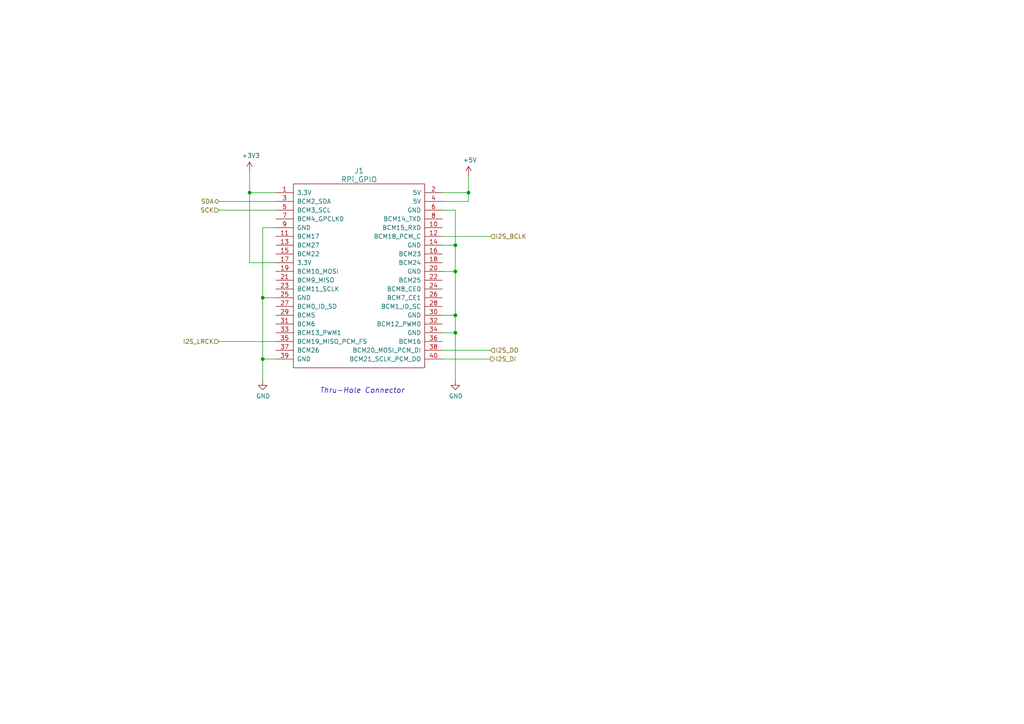
<source format=kicad_sch>
(kicad_sch (version 20211123) (generator eeschema)
  (paper "A4")
  (title_block (title "8x2 Tsunami Pi Hat") (date "11/16/2021") (rev "v0.10") (company "Robertsonics"))
  (lib_symbols
    (symbol "RPi_Hat:RPi_GPIO" (pin_names (offset 1.016))
      (property "Reference" "J" (at 19.05 6.35 0))
      (property "Value" "RPi_GPIO" (at 19.05 3.81 0))
      (symbol "RPi_GPIO_0_1"
        (rectangle (start 0 2.54) (end 38.1 -50.8))
      )
      (symbol "RPi_GPIO_1_1"
        (pin power_in line (at -5.08 0 0) (length 5.08) (name "3.3V") (number "1"))
        (pin bidirectional line (at 43.18 -10.16 180) (length 5.08) (name "BCM15_RXD") (number "10"))
        (pin bidirectional line (at -5.08 -12.7 0) (length 5.08) (name "BCM17") (number "11"))
        (pin bidirectional line (at 43.18 -12.7 180) (length 5.08) (name "BCM18_PCM_C") (number "12"))
        (pin bidirectional line (at -5.08 -15.24 0) (length 5.08) (name "BCM27") (number "13"))
        (pin power_in line (at 43.18 -15.24 180) (length 5.08) (name "GND") (number "14"))
        (pin bidirectional line (at -5.08 -17.78 0) (length 5.08) (name "BCM22") (number "15"))
        (pin bidirectional line (at 43.18 -17.78 180) (length 5.08) (name "BCM23") (number "16"))
        (pin power_in line (at -5.08 -20.32 0) (length 5.08) (name "3.3V") (number "17"))
        (pin bidirectional line (at 43.18 -20.32 180) (length 5.08) (name "BCM24") (number "18"))
        (pin bidirectional line (at -5.08 -22.86 0) (length 5.08) (name "BCM10_MOSI") (number "19"))
        (pin power_in line (at 43.18 0 180) (length 5.08) (name "5V") (number "2"))
        (pin power_in line (at 43.18 -22.86 180) (length 5.08) (name "GND") (number "20"))
        (pin bidirectional line (at -5.08 -25.4 0) (length 5.08) (name "BCM9_MISO") (number "21"))
        (pin bidirectional line (at 43.18 -25.4 180) (length 5.08) (name "BCM25") (number "22"))
        (pin bidirectional line (at -5.08 -27.94 0) (length 5.08) (name "BCM11_SCLK") (number "23"))
        (pin bidirectional line (at 43.18 -27.94 180) (length 5.08) (name "BCM8_CE0") (number "24"))
        (pin power_in line (at -5.08 -30.48 0) (length 5.08) (name "GND") (number "25"))
        (pin bidirectional line (at 43.18 -30.48 180) (length 5.08) (name "BCM7_CE1") (number "26"))
        (pin bidirectional line (at -5.08 -33.02 0) (length 5.08) (name "BCM0_ID_SD") (number "27"))
        (pin bidirectional line (at 43.18 -33.02 180) (length 5.08) (name "BCM1_ID_SC") (number "28"))
        (pin bidirectional line (at -5.08 -35.56 0) (length 5.08) (name "BCM5") (number "29"))
        (pin bidirectional line (at -5.08 -2.54 0) (length 5.08) (name "BCM2_SDA") (number "3"))
        (pin power_in line (at 43.18 -35.56 180) (length 5.08) (name "GND") (number "30"))
        (pin bidirectional line (at -5.08 -38.1 0) (length 5.08) (name "BCM6") (number "31"))
        (pin bidirectional line (at 43.18 -38.1 180) (length 5.08) (name "BCM12_PWM0") (number "32"))
        (pin bidirectional line (at -5.08 -40.64 0) (length 5.08) (name "BCM13_PWM1") (number "33"))
        (pin power_in line (at 43.18 -40.64 180) (length 5.08) (name "GND") (number "34"))
        (pin bidirectional line (at -5.08 -43.18 0) (length 5.08) (name "BCM19_MISO_PCM_FS") (number "35"))
        (pin bidirectional line (at 43.18 -43.18 180) (length 5.08) (name "BCM16") (number "36"))
        (pin bidirectional line (at -5.08 -45.72 0) (length 5.08) (name "BCM26") (number "37"))
        (pin bidirectional line (at 43.18 -45.72 180) (length 5.08) (name "BCM20_MOSI_PCM_DI") (number "38"))
        (pin power_in line (at -5.08 -48.26 0) (length 5.08) (name "GND") (number "39"))
        (pin power_in line (at 43.18 -2.54 180) (length 5.08) (name "5V") (number "4"))
        (pin bidirectional line (at 43.18 -48.26 180) (length 5.08) (name "BCM21_SCLK_PCM_DO") (number "40"))
        (pin bidirectional line (at -5.08 -5.08 0) (length 5.08) (name "BCM3_SCL") (number "5"))
        (pin power_in line (at 43.18 -5.08 180) (length 5.08) (name "GND") (number "6"))
        (pin bidirectional line (at -5.08 -7.62 0) (length 5.08) (name "BCM4_GPCLK0") (number "7"))
        (pin bidirectional line (at 43.18 -7.62 180) (length 5.08) (name "BCM14_TXD") (number "8"))
        (pin power_in line (at -5.08 -10.16 0) (length 5.08) (name "GND") (number "9"))
      )
    )
    (symbol "power:+3V3" (power) (pin_names (offset 0))
      (property "Value" "+3V3" (at 0 3.556 0))
      (symbol "+3V3_0_1"
        (polyline (pts (xy -0.762 1.27) (xy 0 2.54)))
        (polyline (pts (xy 0 0) (xy 0 2.54)))
        (polyline (pts (xy 0 2.54) (xy 0.762 1.27)))
      )
      (symbol "+3V3_1_1"
        (pin power_in line (at 0 0 90) (length 0) hide (name "+3V3") (number "1"))
      )
    )
    (symbol "power:+5V" (power) (pin_names (offset 0))
      (property "Value" "+5V" (at 0 3.556 0))
      (symbol "+5V_0_1"
        (polyline (pts (xy -0.762 1.27) (xy 0 2.54)))
        (polyline (pts (xy 0 0) (xy 0 2.54)))
        (polyline (pts (xy 0 2.54) (xy 0.762 1.27)))
      )
      (symbol "+5V_1_1"
        (pin power_in line (at 0 0 90) (length 0) hide (name "+5V") (number "1"))
      )
    )
    (symbol "power:GND" (power) (pin_names (offset 0))
      (property "Value" "GND" (at 0 -3.81 0))
      (symbol "GND_0_1"
        (polyline (pts (xy 0 0) (xy 0 -1.27) (xy 1.27 -1.27) (xy 0 -2.54) (xy -1.27 -1.27) (xy 0 -1.27)))
      )
      (symbol "GND_1_1"
        (pin power_in line (at 0 0 270) (length 0) hide (name "GND") (number "1"))
      )
    )
  )
  (junction (at 132.08 78.74))
  (junction (at 72.39 55.88))
  (junction (at 132.08 96.52))
  (junction (at 132.08 71.12))
  (junction (at 76.2 104.14))
  (junction (at 135.89 55.88))
  (junction (at 76.2 86.36))
  (junction (at 132.08 91.44))
  (wire (pts (xy 132.08 91.44) (xy 132.08 96.52)))
  (wire (pts (xy 80.01 99.06) (xy 63.5 99.06)))
  (wire (pts (xy 76.2 86.36) (xy 76.2 104.14)))
  (wire (pts (xy 132.08 78.74) (xy 132.08 91.44)))
  (wire (pts (xy 80.01 66.04) (xy 76.2 66.04)))
  (wire (pts (xy 135.89 55.88) (xy 135.89 50.8)))
  (wire (pts (xy 128.27 91.44) (xy 132.08 91.44)))
  (wire (pts (xy 128.27 101.6) (xy 142.24 101.6)))
  (wire (pts (xy 128.27 78.74) (xy 132.08 78.74)))
  (wire (pts (xy 128.27 60.96) (xy 132.08 60.96)))
  (wire (pts (xy 132.08 60.96) (xy 132.08 71.12)))
  (wire (pts (xy 80.01 86.36) (xy 76.2 86.36)))
  (wire (pts (xy 128.27 96.52) (xy 132.08 96.52)))
  (wire (pts (xy 80.01 104.14) (xy 76.2 104.14)))
  (wire (pts (xy 80.01 60.96) (xy 63.5 60.96)))
  (wire (pts (xy 72.39 49.53) (xy 72.39 55.88)))
  (wire (pts (xy 132.08 71.12) (xy 132.08 78.74)))
  (wire (pts (xy 128.27 104.14) (xy 142.24 104.14)))
  (wire (pts (xy 72.39 76.2) (xy 80.01 76.2)))
  (wire (pts (xy 135.89 58.42) (xy 135.89 55.88)))
  (wire (pts (xy 128.27 58.42) (xy 135.89 58.42)))
  (wire (pts (xy 72.39 55.88) (xy 72.39 76.2)))
  (wire (pts (xy 128.27 68.58) (xy 142.24 68.58)))
  (wire (pts (xy 132.08 96.52) (xy 132.08 110.49)))
  (wire (pts (xy 128.27 71.12) (xy 132.08 71.12)))
  (wire (pts (xy 128.27 55.88) (xy 135.89 55.88)))
  (wire (pts (xy 76.2 104.14) (xy 76.2 110.49)))
  (wire (pts (xy 76.2 66.04) (xy 76.2 86.36)))
  (wire (pts (xy 80.01 55.88) (xy 72.39 55.88)))
  (wire (pts (xy 80.01 58.42) (xy 63.5 58.42)))
  (text "Thru-Hole Connector" (at 92.71 114.3 0) (effects (font (size 1.524 1.524) italic) (justify left bottom)))
  (hierarchical_label "I2S_DI" (shape output) (at 142.24 104.14 0))
  (hierarchical_label "I2S_BCLK" (shape input) (at 142.24 68.58 0))
  (hierarchical_label "SDA" (shape bidirectional) (at 63.5 58.42 180))
  (hierarchical_label "I2S_DO" (shape input) (at 142.24 101.6 0))
  (hierarchical_label "SCK" (shape input) (at 63.5 60.96 180))
  (hierarchical_label "I2S_LRCK" (shape input) (at 63.5 99.06 180))
  (symbol (lib_id "RPi_Hat:RPi_GPIO") (at 85.09 55.88 0)
    (property "Reference" "J1" (at 104.14 49.53 0) (effects (font (size 1.524 1.524))))
    (property "Value" "RPi_GPIO" (at 104.14 52.07 0) (effects (font (size 1.524 1.524))))
    (property "Footprint" "RPi_Hat:Pin_Header_Straight_2x20" (effects hide))
  )
  (symbol (lib_id "power:+3V3") (at 72.39 49.53 0)
    (property "Reference" "#PWR01" (effects hide))
    (property "Value" "+3V3" (at 72.771 45.1358 0))
  )
  (symbol (lib_id "power:GND") (at 76.2 110.49 0)
    (property "Reference" "#PWR02" (effects hide))
    (property "Value" "GND" (at 76.327 114.8842 0))
  )
  (symbol (lib_id "power:GND") (at 132.08 110.49 0)
    (property "Reference" "#PWR03" (effects hide))
    (property "Value" "GND" (at 132.207 114.8842 0))
  )
  (symbol (lib_id "power:+5V") (at 135.89 50.8 0) (unit 1)
    (property "Reference" "#PWR04" (effects hide))
    (property "Value" "+5V" (at 136.271 46.4058 0))
  )
)
</source>
